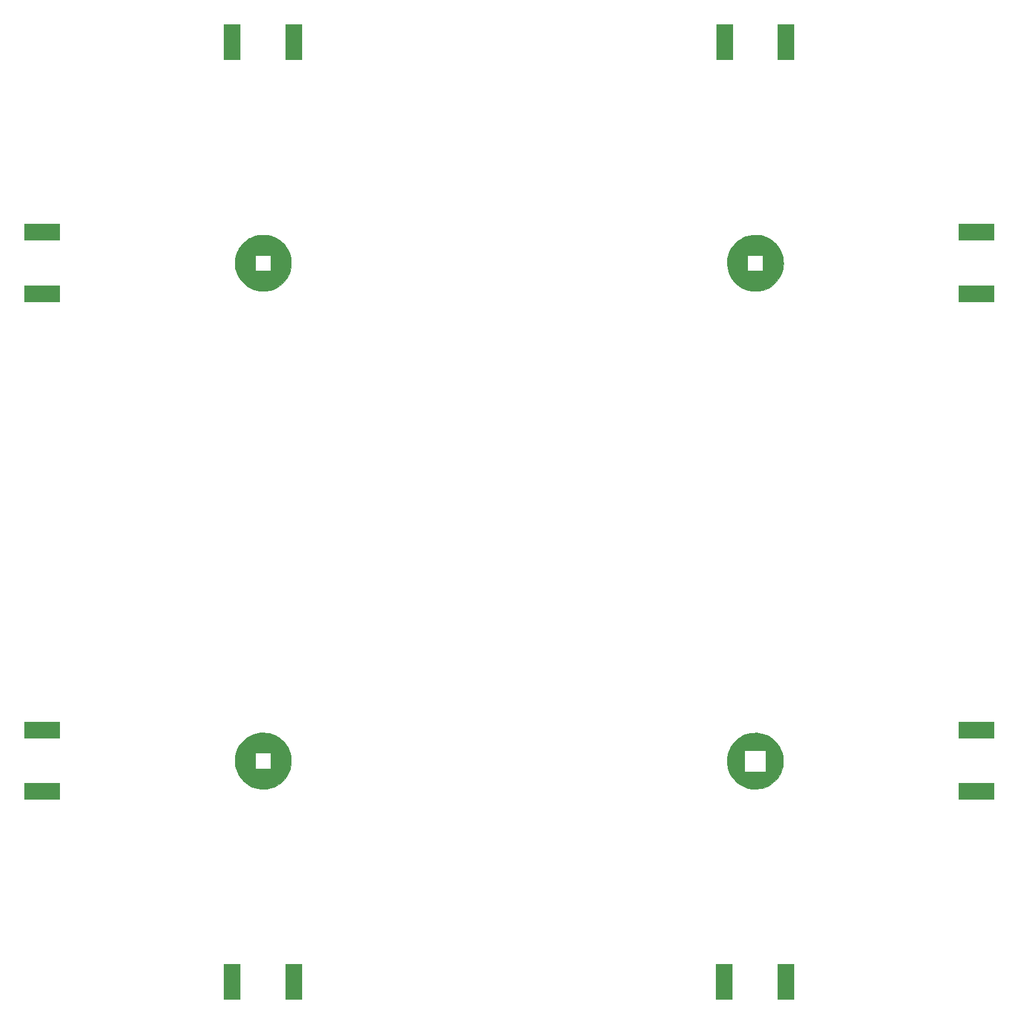
<source format=gbr>
%TF.GenerationSoftware,KiCad,Pcbnew,6.0.6-3a73a75311~116~ubuntu20.04.1*%
%TF.CreationDate,2022-06-30T05:51:01+02:00*%
%TF.ProjectId,panel_v3,70616e65-6c5f-4763-932e-6b696361645f,rev?*%
%TF.SameCoordinates,Original*%
%TF.FileFunction,Soldermask,Bot*%
%TF.FilePolarity,Negative*%
%FSLAX46Y46*%
G04 Gerber Fmt 4.6, Leading zero omitted, Abs format (unit mm)*
G04 Created by KiCad (PCBNEW 6.0.6-3a73a75311~116~ubuntu20.04.1) date 2022-06-30 05:51:01*
%MOMM*%
%LPD*%
G01*
G04 APERTURE LIST*
%ADD10C,0.010000*%
%ADD11R,2.420000X5.080000*%
%ADD12R,5.080000X2.420000*%
G04 APERTURE END LIST*
%TO.C,Ref\u002A\u002A*%
G36*
X130513216Y-130036128D02*
G01*
X130883284Y-130100759D01*
X131245038Y-130202504D01*
X131513411Y-130307115D01*
X131604305Y-130342546D01*
X131799161Y-130434425D01*
X132158268Y-130636659D01*
X132489309Y-130870454D01*
X132791443Y-131134971D01*
X133063829Y-131429370D01*
X133305627Y-131752809D01*
X133515997Y-132104448D01*
X133565666Y-132200840D01*
X133730033Y-132570118D01*
X133854103Y-132940324D01*
X133938853Y-133316290D01*
X133985260Y-133702846D01*
X133994302Y-134104825D01*
X133986975Y-134283111D01*
X133942829Y-134680560D01*
X133859200Y-135067042D01*
X133738055Y-135440187D01*
X133581361Y-135797625D01*
X133391088Y-136136987D01*
X133169201Y-136455903D01*
X132917669Y-136752004D01*
X132638459Y-137022921D01*
X132333538Y-137266284D01*
X132004876Y-137479724D01*
X131654438Y-137660870D01*
X131284192Y-137807355D01*
X130987865Y-137894778D01*
X130623540Y-137967180D01*
X130243062Y-138005860D01*
X129855874Y-138010818D01*
X129471419Y-137982052D01*
X129099139Y-137919561D01*
X128994577Y-137895073D01*
X128613364Y-137778263D01*
X128248284Y-137623828D01*
X127901767Y-137434201D01*
X127576245Y-137211812D01*
X127274149Y-136959092D01*
X126997909Y-136678473D01*
X126749957Y-136372384D01*
X126532723Y-136043258D01*
X126348638Y-135693524D01*
X126284485Y-135534590D01*
X128465411Y-135534590D01*
X131513411Y-135534590D01*
X131513411Y-132486590D01*
X128465411Y-132486590D01*
X128465411Y-135534590D01*
X126284485Y-135534590D01*
X126200133Y-135325614D01*
X126104944Y-135005424D01*
X126052997Y-134770096D01*
X126017874Y-134541036D01*
X125997946Y-134303565D01*
X125991581Y-134043003D01*
X125991793Y-133986707D01*
X125993206Y-133862446D01*
X125995303Y-133749775D01*
X125997870Y-133656861D01*
X126000690Y-133591870D01*
X126002885Y-133566090D01*
X126049664Y-133291490D01*
X126100304Y-133050321D01*
X126157212Y-132833702D01*
X126222794Y-132632757D01*
X126299457Y-132438606D01*
X126323090Y-132384577D01*
X126506825Y-132022826D01*
X126723353Y-131684966D01*
X126970116Y-131372778D01*
X127244559Y-131088046D01*
X127544122Y-130832553D01*
X127866248Y-130608080D01*
X128208381Y-130416411D01*
X128567962Y-130259328D01*
X128942434Y-130138614D01*
X129329240Y-130056051D01*
X129724827Y-130013477D01*
X130129006Y-130007428D01*
X130513216Y-130036128D01*
G37*
D10*
X130513216Y-130036128D02*
X130883284Y-130100759D01*
X131245038Y-130202504D01*
X131513411Y-130307115D01*
X131604305Y-130342546D01*
X131799161Y-130434425D01*
X132158268Y-130636659D01*
X132489309Y-130870454D01*
X132791443Y-131134971D01*
X133063829Y-131429370D01*
X133305627Y-131752809D01*
X133515997Y-132104448D01*
X133565666Y-132200840D01*
X133730033Y-132570118D01*
X133854103Y-132940324D01*
X133938853Y-133316290D01*
X133985260Y-133702846D01*
X133994302Y-134104825D01*
X133986975Y-134283111D01*
X133942829Y-134680560D01*
X133859200Y-135067042D01*
X133738055Y-135440187D01*
X133581361Y-135797625D01*
X133391088Y-136136987D01*
X133169201Y-136455903D01*
X132917669Y-136752004D01*
X132638459Y-137022921D01*
X132333538Y-137266284D01*
X132004876Y-137479724D01*
X131654438Y-137660870D01*
X131284192Y-137807355D01*
X130987865Y-137894778D01*
X130623540Y-137967180D01*
X130243062Y-138005860D01*
X129855874Y-138010818D01*
X129471419Y-137982052D01*
X129099139Y-137919561D01*
X128994577Y-137895073D01*
X128613364Y-137778263D01*
X128248284Y-137623828D01*
X127901767Y-137434201D01*
X127576245Y-137211812D01*
X127274149Y-136959092D01*
X126997909Y-136678473D01*
X126749957Y-136372384D01*
X126532723Y-136043258D01*
X126348638Y-135693524D01*
X126284485Y-135534590D01*
X128465411Y-135534590D01*
X131513411Y-135534590D01*
X131513411Y-132486590D01*
X128465411Y-132486590D01*
X128465411Y-135534590D01*
X126284485Y-135534590D01*
X126200133Y-135325614D01*
X126104944Y-135005424D01*
X126052997Y-134770096D01*
X126017874Y-134541036D01*
X125997946Y-134303565D01*
X125991581Y-134043003D01*
X125991793Y-133986707D01*
X125993206Y-133862446D01*
X125995303Y-133749775D01*
X125997870Y-133656861D01*
X126000690Y-133591870D01*
X126002885Y-133566090D01*
X126049664Y-133291490D01*
X126100304Y-133050321D01*
X126157212Y-132833702D01*
X126222794Y-132632757D01*
X126299457Y-132438606D01*
X126323090Y-132384577D01*
X126506825Y-132022826D01*
X126723353Y-131684966D01*
X126970116Y-131372778D01*
X127244559Y-131088046D01*
X127544122Y-130832553D01*
X127866248Y-130608080D01*
X128208381Y-130416411D01*
X128567962Y-130259328D01*
X128942434Y-130138614D01*
X129329240Y-130056051D01*
X129724827Y-130013477D01*
X130129006Y-130007428D01*
X130513216Y-130036128D01*
G36*
X58520534Y-66788152D02*
G01*
X58145275Y-66641086D01*
X57790824Y-66458748D01*
X57459070Y-66243596D01*
X57151905Y-65998092D01*
X56871219Y-65724696D01*
X56618902Y-65425868D01*
X56396847Y-65104068D01*
X56206942Y-64761757D01*
X56051080Y-64401395D01*
X55951504Y-64089243D01*
X58704752Y-64089243D01*
X60906086Y-64089243D01*
X60906086Y-61887910D01*
X58704752Y-61887910D01*
X58704752Y-64089243D01*
X55951504Y-64089243D01*
X55931151Y-64025442D01*
X55849046Y-63636359D01*
X55807900Y-63258452D01*
X55801162Y-62847308D01*
X55831884Y-62453134D01*
X55900925Y-62071623D01*
X56009145Y-61698472D01*
X56157404Y-61329375D01*
X56219091Y-61199993D01*
X56421719Y-60836775D01*
X56654439Y-60503312D01*
X56917084Y-60199769D01*
X57209492Y-59926313D01*
X57531496Y-59683108D01*
X57882933Y-59470321D01*
X57995669Y-59411643D01*
X58353592Y-59251398D01*
X58714199Y-59129608D01*
X59082525Y-59045254D01*
X59463603Y-58997321D01*
X59862467Y-58984793D01*
X60075294Y-58991759D01*
X60465917Y-59033163D01*
X60847036Y-59114247D01*
X61216158Y-59232942D01*
X61570792Y-59387179D01*
X61908449Y-59574889D01*
X62226637Y-59794004D01*
X62522865Y-60042454D01*
X62794643Y-60318172D01*
X63039479Y-60619088D01*
X63254883Y-60943134D01*
X63438363Y-61288241D01*
X63587429Y-61652341D01*
X63689902Y-61993743D01*
X63742185Y-62231320D01*
X63777535Y-62463784D01*
X63797582Y-62705696D01*
X63803953Y-62971618D01*
X63803842Y-63012460D01*
X63801243Y-63151813D01*
X63795445Y-63294038D01*
X63787177Y-63426362D01*
X63777170Y-63536015D01*
X63771309Y-63581243D01*
X63690247Y-63979269D01*
X63570869Y-64363091D01*
X63415177Y-64730318D01*
X63225171Y-65078559D01*
X63002852Y-65405423D01*
X62750220Y-65708519D01*
X62469275Y-65985456D01*
X62162018Y-66233842D01*
X61830449Y-66451286D01*
X61476568Y-66635398D01*
X61102377Y-66783785D01*
X61088084Y-66788587D01*
X60846761Y-66862562D01*
X60617964Y-66917727D01*
X60390519Y-66955621D01*
X60153255Y-66977782D01*
X59894999Y-66985751D01*
X59675287Y-66983196D01*
X59441087Y-66973444D01*
X59236305Y-66956058D01*
X59048386Y-66928915D01*
X58864774Y-66889895D01*
X58704752Y-66845677D01*
X58672916Y-66836879D01*
X58520534Y-66788152D01*
G37*
X58520534Y-66788152D02*
X58145275Y-66641086D01*
X57790824Y-66458748D01*
X57459070Y-66243596D01*
X57151905Y-65998092D01*
X56871219Y-65724696D01*
X56618902Y-65425868D01*
X56396847Y-65104068D01*
X56206942Y-64761757D01*
X56051080Y-64401395D01*
X55951504Y-64089243D01*
X58704752Y-64089243D01*
X60906086Y-64089243D01*
X60906086Y-61887910D01*
X58704752Y-61887910D01*
X58704752Y-64089243D01*
X55951504Y-64089243D01*
X55931151Y-64025442D01*
X55849046Y-63636359D01*
X55807900Y-63258452D01*
X55801162Y-62847308D01*
X55831884Y-62453134D01*
X55900925Y-62071623D01*
X56009145Y-61698472D01*
X56157404Y-61329375D01*
X56219091Y-61199993D01*
X56421719Y-60836775D01*
X56654439Y-60503312D01*
X56917084Y-60199769D01*
X57209492Y-59926313D01*
X57531496Y-59683108D01*
X57882933Y-59470321D01*
X57995669Y-59411643D01*
X58353592Y-59251398D01*
X58714199Y-59129608D01*
X59082525Y-59045254D01*
X59463603Y-58997321D01*
X59862467Y-58984793D01*
X60075294Y-58991759D01*
X60465917Y-59033163D01*
X60847036Y-59114247D01*
X61216158Y-59232942D01*
X61570792Y-59387179D01*
X61908449Y-59574889D01*
X62226637Y-59794004D01*
X62522865Y-60042454D01*
X62794643Y-60318172D01*
X63039479Y-60619088D01*
X63254883Y-60943134D01*
X63438363Y-61288241D01*
X63587429Y-61652341D01*
X63689902Y-61993743D01*
X63742185Y-62231320D01*
X63777535Y-62463784D01*
X63797582Y-62705696D01*
X63803953Y-62971618D01*
X63803842Y-63012460D01*
X63801243Y-63151813D01*
X63795445Y-63294038D01*
X63787177Y-63426362D01*
X63777170Y-63536015D01*
X63771309Y-63581243D01*
X63690247Y-63979269D01*
X63570869Y-64363091D01*
X63415177Y-64730318D01*
X63225171Y-65078559D01*
X63002852Y-65405423D01*
X62750220Y-65708519D01*
X62469275Y-65985456D01*
X62162018Y-66233842D01*
X61830449Y-66451286D01*
X61476568Y-66635398D01*
X61102377Y-66783785D01*
X61088084Y-66788587D01*
X60846761Y-66862562D01*
X60617964Y-66917727D01*
X60390519Y-66955621D01*
X60153255Y-66977782D01*
X59894999Y-66985751D01*
X59675287Y-66983196D01*
X59441087Y-66973444D01*
X59236305Y-66956058D01*
X59048386Y-66928915D01*
X58864774Y-66889895D01*
X58704752Y-66845677D01*
X58672916Y-66836879D01*
X58520534Y-66788152D01*
G36*
X130316931Y-59001548D02*
G01*
X130709411Y-59051283D01*
X131094387Y-59139048D01*
X131468925Y-59264157D01*
X131830092Y-59425924D01*
X132174952Y-59623663D01*
X132500573Y-59856687D01*
X132804020Y-60124310D01*
X132837068Y-60156979D01*
X133111781Y-60460983D01*
X133351467Y-60787136D01*
X133555381Y-61132750D01*
X133722777Y-61495139D01*
X133852911Y-61871616D01*
X133945037Y-62259494D01*
X133998412Y-62656086D01*
X134012288Y-63058704D01*
X133985923Y-63464662D01*
X133918570Y-63871272D01*
X133895123Y-63973193D01*
X133780785Y-64355828D01*
X133629342Y-64721072D01*
X133443150Y-65066869D01*
X133224563Y-65391161D01*
X132975937Y-65691890D01*
X132699626Y-65966999D01*
X132397985Y-66214431D01*
X132073369Y-66432129D01*
X131728132Y-66618034D01*
X131364629Y-66770091D01*
X130985216Y-66886241D01*
X130592246Y-66964426D01*
X130450619Y-66982587D01*
X130274286Y-66996144D01*
X130074130Y-67001965D01*
X129866060Y-67000217D01*
X129665985Y-66991070D01*
X129489814Y-66974691D01*
X129470827Y-66972219D01*
X129065692Y-66896693D01*
X128675740Y-66782389D01*
X128302999Y-66630770D01*
X127949499Y-66443294D01*
X127617266Y-66221423D01*
X127308330Y-65966617D01*
X127024718Y-65680338D01*
X126768459Y-65364044D01*
X126541582Y-65019198D01*
X126401573Y-64762073D01*
X126245320Y-64403688D01*
X126150758Y-64105336D01*
X128909910Y-64105336D01*
X131111244Y-64105336D01*
X131111244Y-61904002D01*
X128909910Y-61904002D01*
X128909910Y-64105336D01*
X126150758Y-64105336D01*
X126126692Y-64029406D01*
X126045952Y-63643232D01*
X126003362Y-63249172D01*
X125999186Y-62851231D01*
X126033686Y-62453414D01*
X126107123Y-62059726D01*
X126151480Y-61904002D01*
X126202542Y-61724745D01*
X126350821Y-61345153D01*
X126535163Y-60985892D01*
X126753383Y-60649146D01*
X127003298Y-60337099D01*
X127282725Y-60051934D01*
X127589478Y-59795836D01*
X127921375Y-59570989D01*
X128276231Y-59379576D01*
X128651863Y-59223780D01*
X128730653Y-59196634D01*
X129123809Y-59087386D01*
X129521196Y-59018914D01*
X129919882Y-58990530D01*
X130316931Y-59001548D01*
G37*
X130316931Y-59001548D02*
X130709411Y-59051283D01*
X131094387Y-59139048D01*
X131468925Y-59264157D01*
X131830092Y-59425924D01*
X132174952Y-59623663D01*
X132500573Y-59856687D01*
X132804020Y-60124310D01*
X132837068Y-60156979D01*
X133111781Y-60460983D01*
X133351467Y-60787136D01*
X133555381Y-61132750D01*
X133722777Y-61495139D01*
X133852911Y-61871616D01*
X133945037Y-62259494D01*
X133998412Y-62656086D01*
X134012288Y-63058704D01*
X133985923Y-63464662D01*
X133918570Y-63871272D01*
X133895123Y-63973193D01*
X133780785Y-64355828D01*
X133629342Y-64721072D01*
X133443150Y-65066869D01*
X133224563Y-65391161D01*
X132975937Y-65691890D01*
X132699626Y-65966999D01*
X132397985Y-66214431D01*
X132073369Y-66432129D01*
X131728132Y-66618034D01*
X131364629Y-66770091D01*
X130985216Y-66886241D01*
X130592246Y-66964426D01*
X130450619Y-66982587D01*
X130274286Y-66996144D01*
X130074130Y-67001965D01*
X129866060Y-67000217D01*
X129665985Y-66991070D01*
X129489814Y-66974691D01*
X129470827Y-66972219D01*
X129065692Y-66896693D01*
X128675740Y-66782389D01*
X128302999Y-66630770D01*
X127949499Y-66443294D01*
X127617266Y-66221423D01*
X127308330Y-65966617D01*
X127024718Y-65680338D01*
X126768459Y-65364044D01*
X126541582Y-65019198D01*
X126401573Y-64762073D01*
X126245320Y-64403688D01*
X126150758Y-64105336D01*
X128909910Y-64105336D01*
X131111244Y-64105336D01*
X131111244Y-61904002D01*
X128909910Y-61904002D01*
X128909910Y-64105336D01*
X126150758Y-64105336D01*
X126126692Y-64029406D01*
X126045952Y-63643232D01*
X126003362Y-63249172D01*
X125999186Y-62851231D01*
X126033686Y-62453414D01*
X126107123Y-62059726D01*
X126151480Y-61904002D01*
X126202542Y-61724745D01*
X126350821Y-61345153D01*
X126535163Y-60985892D01*
X126753383Y-60649146D01*
X127003298Y-60337099D01*
X127282725Y-60051934D01*
X127589478Y-59795836D01*
X127921375Y-59570989D01*
X128276231Y-59379576D01*
X128651863Y-59223780D01*
X128730653Y-59196634D01*
X129123809Y-59087386D01*
X129521196Y-59018914D01*
X129919882Y-58990530D01*
X130316931Y-59001548D01*
G36*
X63449396Y-135662954D02*
G01*
X63276061Y-136001008D01*
X63071743Y-136320862D01*
X62837838Y-136620224D01*
X62575745Y-136896801D01*
X62286861Y-137148298D01*
X61972583Y-137372424D01*
X61634310Y-137566885D01*
X61273440Y-137729388D01*
X60891369Y-137857640D01*
X60670780Y-137913176D01*
X60267426Y-137981889D01*
X59863982Y-138009358D01*
X59463282Y-137996376D01*
X59068158Y-137943739D01*
X58681442Y-137852240D01*
X58305965Y-137722675D01*
X57944561Y-137555838D01*
X57600062Y-137352523D01*
X57275300Y-137113524D01*
X57024690Y-136890490D01*
X56787983Y-136645545D01*
X56584946Y-136399679D01*
X56407979Y-136142559D01*
X56249478Y-135863853D01*
X56206117Y-135777994D01*
X56044387Y-135402796D01*
X55952225Y-135111244D01*
X58704752Y-135111244D01*
X60906086Y-135111244D01*
X60906086Y-132888744D01*
X58704752Y-132888744D01*
X58704752Y-135111244D01*
X55952225Y-135111244D01*
X55922670Y-135017747D01*
X55840695Y-134625830D01*
X55798191Y-134230030D01*
X55794886Y-133833331D01*
X55830511Y-133438716D01*
X55904792Y-133049170D01*
X56017461Y-132667676D01*
X56168245Y-132297218D01*
X56356873Y-131940780D01*
X56583074Y-131601346D01*
X56585875Y-131597577D01*
X56678617Y-131481554D01*
X56794515Y-131349637D01*
X56923570Y-131212256D01*
X57055783Y-131079838D01*
X57181154Y-130962811D01*
X57257063Y-130897618D01*
X57583507Y-130657101D01*
X57931199Y-130452032D01*
X58296851Y-130283363D01*
X58677177Y-130152041D01*
X59068892Y-130059017D01*
X59468709Y-130005240D01*
X59873343Y-129991658D01*
X60279506Y-130019222D01*
X60292252Y-130020765D01*
X60691810Y-130090456D01*
X61077527Y-130198665D01*
X61447131Y-130343406D01*
X61798347Y-130522691D01*
X62128902Y-130734533D01*
X62436520Y-130976943D01*
X62718928Y-131247934D01*
X62973851Y-131545519D01*
X63199016Y-131867710D01*
X63392148Y-132212520D01*
X63550973Y-132577961D01*
X63673217Y-132962045D01*
X63677791Y-132979618D01*
X63760477Y-133380860D01*
X63802396Y-133779954D01*
X63804945Y-134174608D01*
X63769522Y-134562528D01*
X63697524Y-134941421D01*
X63648009Y-135111244D01*
X63590350Y-135308994D01*
X63449396Y-135662954D01*
G37*
X63449396Y-135662954D02*
X63276061Y-136001008D01*
X63071743Y-136320862D01*
X62837838Y-136620224D01*
X62575745Y-136896801D01*
X62286861Y-137148298D01*
X61972583Y-137372424D01*
X61634310Y-137566885D01*
X61273440Y-137729388D01*
X60891369Y-137857640D01*
X60670780Y-137913176D01*
X60267426Y-137981889D01*
X59863982Y-138009358D01*
X59463282Y-137996376D01*
X59068158Y-137943739D01*
X58681442Y-137852240D01*
X58305965Y-137722675D01*
X57944561Y-137555838D01*
X57600062Y-137352523D01*
X57275300Y-137113524D01*
X57024690Y-136890490D01*
X56787983Y-136645545D01*
X56584946Y-136399679D01*
X56407979Y-136142559D01*
X56249478Y-135863853D01*
X56206117Y-135777994D01*
X56044387Y-135402796D01*
X55952225Y-135111244D01*
X58704752Y-135111244D01*
X60906086Y-135111244D01*
X60906086Y-132888744D01*
X58704752Y-132888744D01*
X58704752Y-135111244D01*
X55952225Y-135111244D01*
X55922670Y-135017747D01*
X55840695Y-134625830D01*
X55798191Y-134230030D01*
X55794886Y-133833331D01*
X55830511Y-133438716D01*
X55904792Y-133049170D01*
X56017461Y-132667676D01*
X56168245Y-132297218D01*
X56356873Y-131940780D01*
X56583074Y-131601346D01*
X56585875Y-131597577D01*
X56678617Y-131481554D01*
X56794515Y-131349637D01*
X56923570Y-131212256D01*
X57055783Y-131079838D01*
X57181154Y-130962811D01*
X57257063Y-130897618D01*
X57583507Y-130657101D01*
X57931199Y-130452032D01*
X58296851Y-130283363D01*
X58677177Y-130152041D01*
X59068892Y-130059017D01*
X59468709Y-130005240D01*
X59873343Y-129991658D01*
X60279506Y-130019222D01*
X60292252Y-130020765D01*
X60691810Y-130090456D01*
X61077527Y-130198665D01*
X61447131Y-130343406D01*
X61798347Y-130522691D01*
X62128902Y-130734533D01*
X62436520Y-130976943D01*
X62718928Y-131247934D01*
X62973851Y-131545519D01*
X63199016Y-131867710D01*
X63392148Y-132212520D01*
X63550973Y-132577961D01*
X63673217Y-132962045D01*
X63677791Y-132979618D01*
X63760477Y-133380860D01*
X63802396Y-133779954D01*
X63804945Y-134174608D01*
X63769522Y-134562528D01*
X63697524Y-134941421D01*
X63648009Y-135111244D01*
X63590350Y-135308994D01*
X63449396Y-135662954D01*
%TD*%
D11*
%TO.C,JA1*%
X64185838Y-165512580D03*
X55425838Y-165512580D03*
%TD*%
%TO.C,JA1*%
X134369947Y-165521704D03*
X125609947Y-165521704D03*
%TD*%
%TO.C,JA1*%
X125632214Y-31481325D03*
X134392214Y-31481325D03*
%TD*%
D12*
%TO.C,JA1*%
X28280000Y-67370218D03*
X28280000Y-58610218D03*
%TD*%
%TO.C,JA1*%
X28293683Y-138373117D03*
X28293683Y-129613117D03*
%TD*%
D11*
%TO.C,JA1*%
X55423119Y-31481325D03*
X64183119Y-31481325D03*
%TD*%
D12*
%TO.C,JA1*%
X161521772Y-129629327D03*
X161521772Y-138389327D03*
%TD*%
%TO.C,JA1*%
X161531147Y-58618248D03*
X161531147Y-67378248D03*
%TD*%
M02*

</source>
